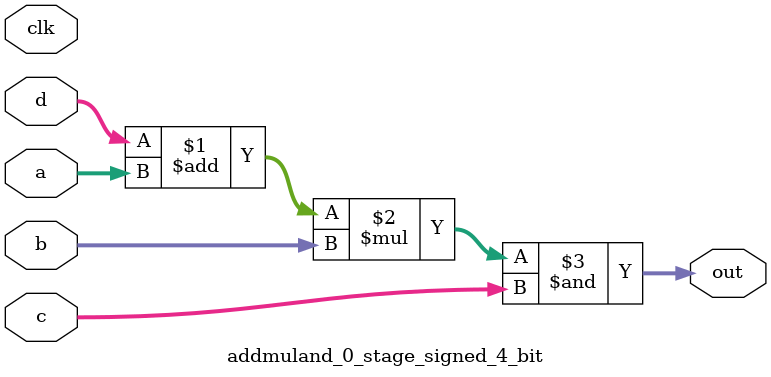
<source format=sv>
(* use_dsp = "yes" *) module addmuland_0_stage_signed_4_bit(
	input signed [3:0] a,
	input signed [3:0] b,
	input signed [3:0] c,
	input signed [3:0] d,
	output [3:0] out,
	input clk);

	assign out = ((d + a) * b) & c;
endmodule

</source>
